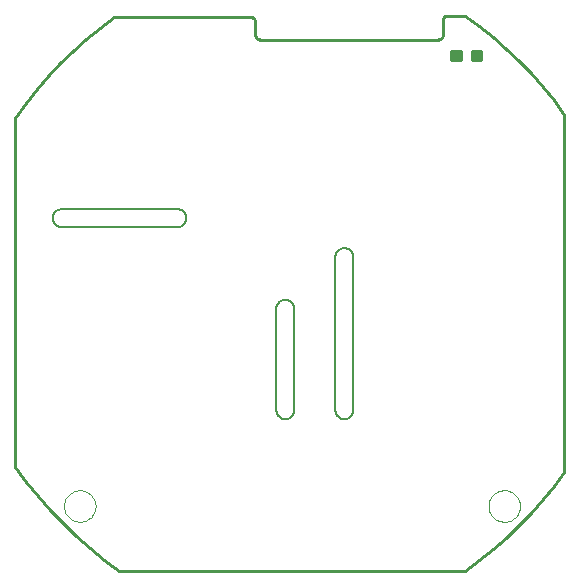
<source format=gbp>
G75*
G70*
%OFA0B0*%
%FSLAX24Y24*%
%IPPOS*%
%LPD*%
%AMOC8*
5,1,8,0,0,1.08239X$1,22.5*
%
%ADD10C,0.0100*%
%ADD11C,0.0000*%
%ADD12C,0.0080*%
%ADD13C,0.0118*%
D10*
X003600Y000390D02*
X015150Y000390D01*
X018450Y003690D02*
X018450Y015590D01*
X015150Y018890D02*
X014550Y018890D01*
X014527Y018888D01*
X014504Y018883D01*
X014482Y018874D01*
X014462Y018861D01*
X014444Y018846D01*
X014429Y018828D01*
X014416Y018808D01*
X014407Y018786D01*
X014402Y018763D01*
X014400Y018740D01*
X014400Y018240D01*
X014398Y018217D01*
X014393Y018194D01*
X014384Y018172D01*
X014371Y018152D01*
X014356Y018134D01*
X014338Y018119D01*
X014318Y018106D01*
X014296Y018097D01*
X014273Y018092D01*
X014250Y018090D01*
X008300Y018090D01*
X008277Y018092D01*
X008254Y018097D01*
X008232Y018106D01*
X008212Y018119D01*
X008194Y018134D01*
X008179Y018152D01*
X008166Y018172D01*
X008157Y018194D01*
X008152Y018217D01*
X008150Y018240D01*
X008150Y018690D01*
X008148Y018713D01*
X008143Y018736D01*
X008134Y018758D01*
X008121Y018778D01*
X008106Y018796D01*
X008088Y018811D01*
X008068Y018824D01*
X008046Y018833D01*
X008023Y018838D01*
X008000Y018840D01*
X003450Y018840D01*
X000150Y015490D02*
X000150Y003840D01*
X015150Y018890D02*
X015623Y018543D01*
X016080Y018176D01*
X016521Y017790D01*
X016944Y017384D01*
X017350Y016961D01*
X017736Y016520D01*
X018103Y016063D01*
X018450Y015590D01*
X003600Y000390D02*
X003106Y000752D01*
X002627Y001136D01*
X002167Y001540D01*
X001724Y001964D01*
X001300Y002407D01*
X000896Y002867D01*
X000512Y003346D01*
X000150Y003840D01*
X015150Y000390D02*
X015623Y000737D01*
X016080Y001104D01*
X016521Y001490D01*
X016944Y001896D01*
X017350Y002319D01*
X017736Y002760D01*
X018103Y003217D01*
X018450Y003690D01*
X003450Y018840D02*
X002976Y018487D01*
X002518Y018114D01*
X002077Y017721D01*
X001653Y017309D01*
X001248Y016879D01*
X000862Y016432D01*
X000495Y015969D01*
X000150Y015490D01*
D11*
X001775Y002540D02*
X001777Y002585D01*
X001783Y002630D01*
X001792Y002674D01*
X001806Y002717D01*
X001823Y002759D01*
X001843Y002799D01*
X001867Y002838D01*
X001895Y002874D01*
X001925Y002907D01*
X001958Y002938D01*
X001993Y002966D01*
X002031Y002991D01*
X002071Y003012D01*
X002112Y003030D01*
X002155Y003045D01*
X002199Y003055D01*
X002244Y003062D01*
X002289Y003065D01*
X002334Y003064D01*
X002379Y003059D01*
X002423Y003050D01*
X002467Y003038D01*
X002509Y003022D01*
X002549Y003002D01*
X002588Y002979D01*
X002625Y002952D01*
X002659Y002923D01*
X002691Y002891D01*
X002719Y002856D01*
X002745Y002819D01*
X002767Y002779D01*
X002786Y002738D01*
X002801Y002696D01*
X002813Y002652D01*
X002821Y002608D01*
X002825Y002563D01*
X002825Y002517D01*
X002821Y002472D01*
X002813Y002428D01*
X002801Y002384D01*
X002786Y002342D01*
X002767Y002301D01*
X002745Y002261D01*
X002719Y002224D01*
X002691Y002189D01*
X002659Y002157D01*
X002625Y002128D01*
X002588Y002101D01*
X002549Y002078D01*
X002509Y002058D01*
X002467Y002042D01*
X002423Y002030D01*
X002379Y002021D01*
X002334Y002016D01*
X002289Y002015D01*
X002244Y002018D01*
X002199Y002025D01*
X002155Y002035D01*
X002112Y002050D01*
X002071Y002068D01*
X002031Y002089D01*
X001993Y002114D01*
X001958Y002142D01*
X001925Y002173D01*
X001895Y002206D01*
X001867Y002242D01*
X001843Y002281D01*
X001823Y002321D01*
X001806Y002363D01*
X001792Y002406D01*
X001783Y002450D01*
X001777Y002495D01*
X001775Y002540D01*
X015925Y002540D02*
X015927Y002585D01*
X015933Y002630D01*
X015942Y002674D01*
X015956Y002717D01*
X015973Y002759D01*
X015993Y002799D01*
X016017Y002838D01*
X016045Y002874D01*
X016075Y002907D01*
X016108Y002938D01*
X016143Y002966D01*
X016181Y002991D01*
X016221Y003012D01*
X016262Y003030D01*
X016305Y003045D01*
X016349Y003055D01*
X016394Y003062D01*
X016439Y003065D01*
X016484Y003064D01*
X016529Y003059D01*
X016573Y003050D01*
X016617Y003038D01*
X016659Y003022D01*
X016699Y003002D01*
X016738Y002979D01*
X016775Y002952D01*
X016809Y002923D01*
X016841Y002891D01*
X016869Y002856D01*
X016895Y002819D01*
X016917Y002779D01*
X016936Y002738D01*
X016951Y002696D01*
X016963Y002652D01*
X016971Y002608D01*
X016975Y002563D01*
X016975Y002517D01*
X016971Y002472D01*
X016963Y002428D01*
X016951Y002384D01*
X016936Y002342D01*
X016917Y002301D01*
X016895Y002261D01*
X016869Y002224D01*
X016841Y002189D01*
X016809Y002157D01*
X016775Y002128D01*
X016738Y002101D01*
X016699Y002078D01*
X016659Y002058D01*
X016617Y002042D01*
X016573Y002030D01*
X016529Y002021D01*
X016484Y002016D01*
X016439Y002015D01*
X016394Y002018D01*
X016349Y002025D01*
X016305Y002035D01*
X016262Y002050D01*
X016221Y002068D01*
X016181Y002089D01*
X016143Y002114D01*
X016108Y002142D01*
X016075Y002173D01*
X016045Y002206D01*
X016017Y002242D01*
X015993Y002281D01*
X015973Y002321D01*
X015956Y002363D01*
X015942Y002406D01*
X015933Y002450D01*
X015927Y002495D01*
X015925Y002540D01*
D12*
X011419Y005740D02*
X011419Y010840D01*
X011417Y010874D01*
X011411Y010907D01*
X011402Y010939D01*
X011389Y010970D01*
X011373Y011000D01*
X011354Y011027D01*
X011331Y011052D01*
X011306Y011075D01*
X011279Y011094D01*
X011249Y011110D01*
X011218Y011123D01*
X011186Y011132D01*
X011153Y011138D01*
X011119Y011140D01*
X011085Y011138D01*
X011052Y011132D01*
X011020Y011123D01*
X010989Y011110D01*
X010959Y011094D01*
X010932Y011075D01*
X010907Y011052D01*
X010884Y011027D01*
X010865Y011000D01*
X010849Y010970D01*
X010836Y010939D01*
X010827Y010907D01*
X010821Y010874D01*
X010819Y010840D01*
X010819Y005740D01*
X010821Y005706D01*
X010827Y005673D01*
X010836Y005641D01*
X010849Y005610D01*
X010865Y005580D01*
X010884Y005553D01*
X010907Y005528D01*
X010932Y005505D01*
X010959Y005486D01*
X010989Y005470D01*
X011020Y005457D01*
X011052Y005448D01*
X011085Y005442D01*
X011119Y005440D01*
X011153Y005442D01*
X011186Y005448D01*
X011218Y005457D01*
X011249Y005470D01*
X011279Y005486D01*
X011306Y005505D01*
X011331Y005528D01*
X011354Y005553D01*
X011373Y005580D01*
X011389Y005610D01*
X011402Y005641D01*
X011411Y005673D01*
X011417Y005706D01*
X011419Y005740D01*
X009450Y005740D02*
X009450Y009090D01*
X009451Y009124D01*
X009448Y009157D01*
X009441Y009190D01*
X009431Y009223D01*
X009417Y009253D01*
X009400Y009282D01*
X009380Y009309D01*
X009357Y009334D01*
X009331Y009356D01*
X009303Y009374D01*
X009273Y009390D01*
X009241Y009402D01*
X009208Y009410D01*
X009175Y009415D01*
X009141Y009416D01*
X009108Y009413D01*
X009075Y009406D01*
X009042Y009396D01*
X009012Y009382D01*
X008983Y009365D01*
X008956Y009345D01*
X008931Y009322D01*
X008909Y009296D01*
X008891Y009268D01*
X008875Y009238D01*
X008863Y009206D01*
X008855Y009173D01*
X008850Y009140D01*
X008850Y005740D01*
X008852Y005706D01*
X008858Y005673D01*
X008867Y005641D01*
X008880Y005610D01*
X008896Y005580D01*
X008915Y005553D01*
X008938Y005528D01*
X008963Y005505D01*
X008990Y005486D01*
X009020Y005470D01*
X009051Y005457D01*
X009083Y005448D01*
X009116Y005442D01*
X009150Y005440D01*
X009184Y005442D01*
X009217Y005448D01*
X009249Y005457D01*
X009280Y005470D01*
X009310Y005486D01*
X009337Y005505D01*
X009362Y005528D01*
X009385Y005553D01*
X009404Y005580D01*
X009420Y005610D01*
X009433Y005641D01*
X009442Y005673D01*
X009448Y005706D01*
X009450Y005740D01*
X005550Y011840D02*
X001700Y011840D01*
X001666Y011842D01*
X001633Y011848D01*
X001601Y011857D01*
X001570Y011870D01*
X001540Y011886D01*
X001513Y011905D01*
X001488Y011928D01*
X001465Y011953D01*
X001446Y011980D01*
X001430Y012010D01*
X001417Y012041D01*
X001408Y012073D01*
X001402Y012106D01*
X001400Y012140D01*
X001402Y012174D01*
X001408Y012207D01*
X001417Y012239D01*
X001430Y012270D01*
X001446Y012300D01*
X001465Y012327D01*
X001488Y012352D01*
X001513Y012375D01*
X001540Y012394D01*
X001570Y012410D01*
X001601Y012423D01*
X001633Y012432D01*
X001666Y012438D01*
X001700Y012440D01*
X005550Y012440D01*
X005584Y012438D01*
X005617Y012432D01*
X005649Y012423D01*
X005680Y012410D01*
X005710Y012394D01*
X005737Y012375D01*
X005762Y012352D01*
X005785Y012327D01*
X005804Y012300D01*
X005820Y012270D01*
X005833Y012239D01*
X005842Y012207D01*
X005848Y012174D01*
X005850Y012140D01*
X005848Y012106D01*
X005842Y012073D01*
X005833Y012041D01*
X005820Y012010D01*
X005804Y011980D01*
X005785Y011953D01*
X005762Y011928D01*
X005737Y011905D01*
X005710Y011886D01*
X005680Y011870D01*
X005649Y011857D01*
X005617Y011848D01*
X005584Y011842D01*
X005550Y011840D01*
D13*
X014717Y017402D02*
X014717Y017678D01*
X014993Y017678D01*
X014993Y017402D01*
X014717Y017402D01*
X014717Y017519D02*
X014993Y017519D01*
X014993Y017636D02*
X014717Y017636D01*
X015407Y017678D02*
X015407Y017402D01*
X015407Y017678D02*
X015683Y017678D01*
X015683Y017402D01*
X015407Y017402D01*
X015407Y017519D02*
X015683Y017519D01*
X015683Y017636D02*
X015407Y017636D01*
M02*

</source>
